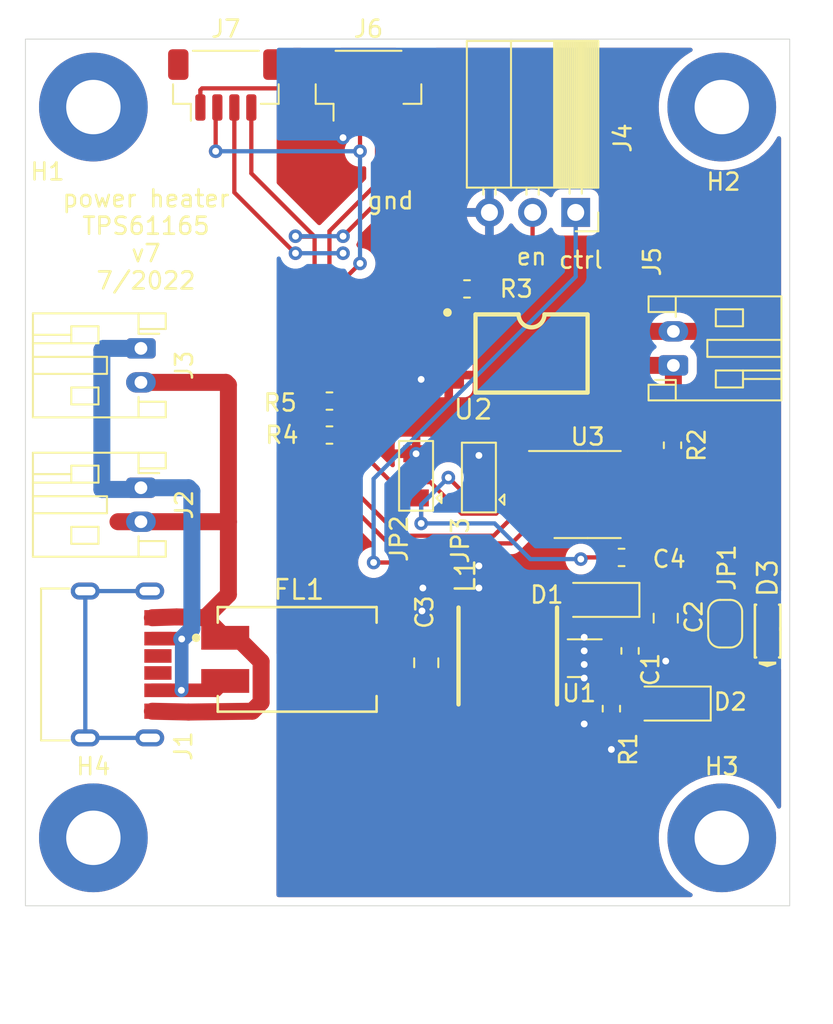
<source format=kicad_pcb>
(kicad_pcb (version 20211014) (generator pcbnew)
  (layers (0 "F.Cu" signal) (31 "B.Cu" signal) (34 "B.Paste" user) (35 "F.Paste" user) (36 "B.SilkS" user "B.Silkscreen") (37 "F.SilkS" user "F.Silkscreen") (38 "B.Mask" user) (39 "F.Mask" user) (44 "Edge.Cuts" user))
  (net 0 "")
  (net 1 "GND")
  (net 2 "Net-(C1-Pad1)")
  (net 3 "Net-(C2-Pad1)")
  (net 4 "+5VD")
  (net 5 "Net-(D1-Pad2)")
  (net 6 "Net-(FL1-Pad1)")
  (net 7 "Net-(FL1-Pad2)")
  (net 8 "unconnected-(J1-Pad0)")
  (net 10 "Net-(J4-Pad1)")
  (net 11 "Net-(J4-Pad2)")
  (net 12 "Net-(J5-Pad1)")
  (net 14 "Net-(C4-Pad1)")
  (net 15 "/scl")
  (net 16 "/sda")
  (net 17 "Net-(JP2-Pad2)")
  (net 18 "Net-(D3-Pad2)")
  (net 19 "Net-(D2-Pad2)")
  (net 20 "Net-(D2-Pad1)")
  (net 21 "Net-(JP3-Pad2)")
  (net 22 "Net-(R3-Pad2)")
  (footprint "Connector_JST:JST_PH_S2B-PH-K_1x02_P2.00mm_Horizontal" (layer "F.Cu") (at 121.8 73.4 -90)
    (fp_text reference "J2" (at 1 -2.55 -90) (layer "F.SilkS"))
    (fp_text value "A2001WR-2P")
    (pad "1" thru_hole roundrect (at 0 0 270) (size 1.2 1.75) (drill 0.75) (layers *.Cu *.Mask) (roundrect_rratio 0.2083333333) (net 7 "Net-(FL1-Pad2)"))
    (pad "2" thru_hole oval (at 2 0 270) (size 1.2 1.75) (drill 0.75) (layers *.Cu *.Mask) (net 6 "Net-(FL1-Pad1)"))
  )
  (footprint "Connector_JST:JST_PH_S2B-PH-K_1x02_P2.00mm_Horizontal" (layer "F.Cu") (at 153.15 66.2 90)
    (fp_text reference "J5" (at 6.1 -1.25 90) (layer "F.SilkS"))
    (fp_text value "A2001WR-2P")
    (pad "1" thru_hole roundrect (at 0 0 90) (size 1.2 1.75) (drill 0.75) (layers *.Cu *.Mask) (roundrect_rratio 0.2083333333) (net 12 "Net-(J5-Pad1)"))
    (pad "2" thru_hole oval (at 2 0 90) (size 1.2 1.75) (drill 0.75) (layers *.Cu *.Mask) (net 18 "Net-(D3-Pad2)"))
  )
  (footprint "0my_footprints6:my_HRO-TYPE-C-31-M-17" (layer "F.Cu") (at 123.3 83.8 -90)
    (fp_text reference "J1" (at 4.8 -1 -90) (layer "F.SilkS"))
    (fp_text value "USB_C_KoreanHroparts_6P")
    (pad "0" thru_hole oval (at 4.32 0.98 270) (size 1 1.7) (drill oval 0.5 1.2) (layers *.Cu *.Mask) (net 8 "unconnected-(J1-Pad0)"))
    (pad "0" thru_hole oval (at -4.32 0.98 270) (size 1 1.7) (drill oval 0.5 1.2) (layers *.Cu *.Mask) (net 8 "unconnected-(J1-Pad0)"))
    (pad "0" thru_hole oval (at -4.32 4.78 270) (size 1 1.7) (drill oval 0.5 1.2) (layers *.Cu *.Mask) (net 8 "unconnected-(J1-Pad0)"))
    (pad "0" thru_hole oval (at 4.32 4.78 270) (size 1 1.7) (drill oval 0.5 1.2) (layers *.Cu *.Mask) (net 8 "unconnected-(J1-Pad0)"))
    (pad "A5" smd rect (at -0.5 0.5 270) (size 0.8 1.6) (layers "F.Cu" "F.Paste" "F.Mask"))
    (pad "A9" smd rect (at 1.52 0.5 270) (size 0.8 1.6) (layers "F.Cu" "F.Paste" "F.Mask") (net 7 "Net-(FL1-Pad2)"))
    (pad "A12" smd rect (at 2.75 0.5 270) (size 0.9 1.6) (layers "F.Cu" "F.Paste" "F.Mask") (net 6 "Net-(FL1-Pad1)"))
    (pad "B5" smd rect (at 0.5 0.5 270) (size 0.8 1.6) (layers "F.Cu" "F.Paste" "F.Mask"))
    (pad "B9" smd rect (at -1.52 0.5 270) (size 0.8 1.6) (layers "F.Cu" "F.Paste" "F.Mask") (net 7 "Net-(FL1-Pad2)"))
    (pad "B12" smd rect (at -2.75 0.5 270) (size 0.9 1.6) (layers "F.Cu" "F.Paste" "F.Mask") (net 6 "Net-(FL1-Pad1)"))
  )
  (footprint "Package_SON:WSON-6-1EP_2x2mm_P0.65mm_EP1x1.6mm" (layer "F.Cu") (at 147.93 83.43 180)
    (fp_text reference "U1" (at 0.33 -2.07) (layer "F.SilkS"))
    (fp_text value "TPS61165")
    (pad "1" smd roundrect locked (at -0.8875 -0.65 180) (size 0.375 0.4) (layers "F.Cu" "F.Paste" "F.Mask") (net 19 "Net-(D2-Pad2)"))
    (pad "2" smd roundrect locked (at -0.8875 0 180) (size 0.375 0.4) (layers "F.Cu" "F.Paste" "F.Mask") (net 2 "Net-(C1-Pad1)"))
    (pad "3" smd roundrect locked (at -0.8875 0.65 180) (size 0.375 0.4) (layers "F.Cu" "F.Paste" "F.Mask") (net 1 "GND"))
    (pad "4" smd roundrect locked (at 0.8875 0.65 180) (size 0.375 0.4) (layers "F.Cu" "F.Paste" "F.Mask") (net 5 "Net-(D1-Pad2)"))
    (pad "5" smd roundrect locked (at 0.8875 0 180) (size 0.375 0.4) (layers "F.Cu" "F.Paste" "F.Mask") (net 10 "Net-(J4-Pad1)"))
    (pad "6" smd roundrect locked (at 0.8875 -0.65 180) (size 0.375 0.4) (layers "F.Cu" "F.Paste" "F.Mask") (net 4 "+5VD"))
    (pad "7" smd rect locked (at 0 0 180) (size 1 1.6) (layers "F.Cu" "F.Mask") (net 1 "GND"))
  )
  (footprint "0my_footprints:IND-SMD_L4.7-W4.7" (layer "F.Cu") (at 143.4 83.3 90)
    (fp_text reference "L1" (at 3.6 -2.5 90) (layer "F.SilkS") (effects (font (size 1.143 1.143) (thickness 0.152)) (justify left)))
    (fp_text value "10uH" hide)
    (pad "1" smd rect locked (at -1.7 0 90) (size 2 5.3) (layers "F.Cu" "F.Paste" "F.Mask") (net 4 "+5VD"))
    (pad "2" smd rect locked (at 1.7 0 90) (size 2 5.3) (layers "F.Cu" "F.Paste" "F.Mask") (net 5 "Net-(D1-Pad2)"))
  )
  (footprint "Resistor_SMD:R_0603_1608Metric_Pad1.05x0.95mm_HandSolder" (layer "F.Cu") (at 149.5 86.4 -90)
    (fp_text reference "R1" (at 2.4 -1 90) (layer "F.SilkS"))
    (fp_text value "1")
    (pad "1" smd roundrect locked (at -0.875 0 270) (size 1.05 0.95) (layers "F.Cu" "F.Paste" "F.Mask") (net 19 "Net-(D2-Pad2)"))
    (pad "2" smd roundrect locked (at 0.875 0 270) (size 1.05 0.95) (layers "F.Cu" "F.Paste" "F.Mask") (net 1 "GND"))
  )
  (footprint "0my_footprints6:LL_FILTER-SMD_4P-L9.2-W6.0-TL" (layer "F.Cu") (at 131 83.5)
    (fp_text reference "FL1" (at -1.5 -4.1) (layer "F.SilkS") (effects (font (size 1.143 1.143) (thickness 0.152)) (justify left)))
    (fp_text value "EMI_Filter_LL" hide)
    (pad "1" smd rect locked (at -4.237 -1.27) (size 2.825 1.4) (layers "F.Cu" "F.Paste" "F.Mask") (net 6 "Net-(FL1-Pad1)"))
    (pad "2" smd rect locked (at -4.237 1.27) (size 2.825 1.4) (layers "F.Cu" "F.Paste" "F.Mask") (net 7 "Net-(FL1-Pad2)"))
    (pad "3" smd rect locked (at 4.237 1.27) (size 2.825 1.4) (layers "F.Cu" "F.Paste" "F.Mask") (net 4 "+5VD"))
    (pad "4" smd rect locked (at 4.237 -1.27) (size 2.825 1.4) (layers "F.Cu" "F.Paste" "F.Mask") (net 1 "GND"))
  )
  (footprint "Capacitor_SMD:C_0805_2012Metric_Pad1.15x1.40mm_HandSolder" (layer "F.Cu") (at 138.6 83.7 90)
    (fp_text reference "C3" (at 2.975 -0.1 90) (layer "F.SilkS"))
    (fp_text value "4.7uF_0805_25V")
    (pad "1" smd roundrect locked (at -1.025 0 90) (size 1.15 1.4) (layers "F.Cu" "F.Paste" "F.Mask") (roundrect_rratio 0.2173913043) (net 4 "+5VD"))
    (pad "2" smd roundrect locked (at 1.025 0 90) (size 1.15 1.4) (layers "F.Cu" "F.Paste" "F.Mask") (roundrect_rratio 0.2173913043) (net 1 "GND"))
  )
  (footprint "Diode_SMD:D_SOD-123" (layer "F.Cu") (at 148.9 80 180)
    (fp_text reference "D1" (at 3.2 0.3) (layer "F.SilkS"))
    (fp_text value "MBR0540")
    (pad "1" smd rect locked (at -1.65 0 180) (size 0.9 1.2) (layers "F.Cu" "F.Paste" "F.Mask") (net 3 "Net-(C2-Pad1)"))
    (pad "2" smd rect locked (at 1.65 0 180) (size 0.9 1.2) (layers "F.Cu" "F.Paste" "F.Mask") (net 5 "Net-(D1-Pad2)"))
  )
  (footprint "Capacitor_SMD:C_0603_1608Metric_Pad1.05x0.95mm_HandSolder" (layer "F.Cu") (at 150.6 83 90)
    (fp_text reference "C1" (at -1.1 1.2 90) (layer "F.SilkS"))
    (fp_text value "220nF")
    (pad "1" smd roundrect locked (at -0.875 0 90) (size 1.05 0.95) (layers "F.Cu" "F.Paste" "F.Mask") (net 2 "Net-(C1-Pad1)"))
    (pad "2" smd roundrect locked (at 0.875 0 90) (size 1.05 0.95) (layers "F.Cu" "F.Paste" "F.Mask") (net 1 "GND"))
  )
  (footprint "Capacitor_SMD:C_0805_2012Metric_Pad1.15x1.40mm_HandSolder" (layer "F.Cu") (at 152.7 81.075 -90)
    (fp_text reference "C2" (at -0.075 -1.65 90) (layer "F.SilkS"))
    (fp_text value "1uF_0805_50V")
    (pad "1" smd roundrect locked (at -1.025 0 270) (size 1.15 1.4) (layers "F.Cu" "F.Paste" "F.Mask") (roundrect_rratio 0.2173913043) (net 3 "Net-(C2-Pad1)"))
    (pad "2" smd roundrect locked (at 1.025 0 270) (size 1.15 1.4) (layers "F.Cu" "F.Paste" "F.Mask") (roundrect_rratio 0.2173913043) (net 1 "GND"))
  )
  (footprint "Connector_PinSocket_2.54mm:PinSocket_1x03_P2.54mm_Horizontal" (layer "F.Cu") (at 147.4 57.2 -90)
    (fp_text reference "J4" (at -4.38 -2.77 90) (layer "F.SilkS"))
    (fp_text value "Conn_01x03_Female")
    (pad "1" thru_hole rect (at 0 0 270) (size 1.7 1.7) (drill 1) (layers *.Cu *.Mask) (net 10 "Net-(J4-Pad1)"))
    (pad "2" thru_hole oval (at 0 2.54 270) (size 1.7 1.7) (drill 1) (layers *.Cu *.Mask) (net 11 "Net-(J4-Pad2)"))
    (pad "3" thru_hole oval (at 0 5.08 270) (size 1.7 1.7) (drill 1) (layers *.Cu *.Mask) (net 1 "GND"))
  )
  (footprint "Resistor_SMD:R_0603_1608Metric_Pad1.05x0.95mm_HandSolder" (layer "F.Cu") (at 141 61.7 180)
    (fp_text reference "R3" (at -2.9 0) (layer "F.SilkS"))
    (fp_text value "390")
    (pad "1" smd roundrect locked (at -0.875 0 180) (size 1.05 0.95) (layers "F.Cu" "F.Paste" "F.Mask") (net 11 "Net-(J4-Pad2)"))
    (pad "2" smd roundrect locked (at 0.875 0 180) (size 1.05 0.95) (layers "F.Cu" "F.Paste" "F.Mask") (net 22 "Net-(R3-Pad2)"))
  )
  (footprint "0my_footprints:SMD-4_L4.6-W6.4-P2.54-LS10.0-BR" (layer "F.Cu") (at 144.8 65.5 180)
    (fp_text reference "U2" (at 2.2 -3.3) (layer "F.SilkS") (effects (font (size 1.143 1.143) (thickness 0.152)) (justify right)))
    (fp_text value "KAQY212A" hide)
    (pad "1" smd rect locked (at 4.876 1.27 180) (size 1.8 1.6) (layers "F.Cu" "F.Paste" "F.Mask") (net 22 "Net-(R3-Pad2)"))
    (pad "2" smd rect locked (at 4.876 -1.27 180) (size 1.8 1.6) (layers "F.Cu" "F.Paste" "F.Mask") (net 1 "GND"))
    (pad "3" smd rect locked (at -4.876 -1.27 180) (size 1.8 1.6) (layers "F.Cu" "F.Paste" "F.Mask") (net 12 "Net-(J5-Pad1)"))
    (pad "4" smd rect locked (at -4.876 1.27 180) (size 1.8 1.6) (layers "F.Cu" "F.Paste" "F.Mask") (net 18 "Net-(D3-Pad2)"))
  )
  (footprint "Capacitor_SMD:C_0603_1608Metric_Pad1.05x0.95mm_HandSolder" (layer "F.Cu") (at 150.1 77.5)
    (fp_text reference "C4" (at 2.8 0.1) (layer "F.SilkS"))
    (fp_text value "100nF")
    (pad "1" smd roundrect locked (at -0.875 0) (size 1.05 0.95) (layers "F.Cu" "F.Paste" "F.Mask") (net 14 "Net-(C4-Pad1)"))
    (pad "2" smd roundrect locked (at 0.875 0) (size 1.05 0.95) (layers "F.Cu" "F.Paste" "F.Mask") (net 1 "GND"))
  )
  (footprint "Connector_JST:JST_SH_BM04B-SRSS-TB_1x04-1MP_P1.00mm_Vertical" (layer "F.Cu") (at 135.2 49.7)
    (fp_text reference "J6" (at 0 -3.3) (layer "F.SilkS"))
    (fp_text value "A1001WV-S-04P")
    (pad "1" smd roundrect (at -1.5 1.325) (size 0.6 1.55) (layers "F.Cu" "F.Paste" "F.Mask") (net 1 "GND"))
    (pad "2" smd roundrect (at -0.5 1.325) (size 0.6 1.55) (layers "F.Cu" "F.Paste" "F.Mask") (net 14 "Net-(C4-Pad1)"))
    (pad "3" smd roundrect (at 0.5 1.325) (size 0.6 1.55) (layers "F.Cu" "F.Paste" "F.Mask") (net 16 "/sda"))
    (pad "4" smd roundrect (at 1.5 1.325) (size 0.6 1.55) (layers "F.Cu" "F.Paste" "F.Mask") (net 15 "/scl"))
    (pad "MP" smd roundrect (at 2.8 -1.2) (size 1.2 1.8) (layers "F.Cu" "F.Paste" "F.Mask") (roundrect_rratio 0.2083333333))
    (pad "MP" smd roundrect (at -2.8 -1.2) (size 1.2 1.8) (layers "F.Cu" "F.Paste" "F.Mask") (roundrect_rratio 0.2083333333))
  )
  (footprint "Resistor_SMD:R_0603_1608Metric_Pad1.05x0.95mm_HandSolder" (layer "F.Cu") (at 153.1 70.9 -90)
    (fp_text reference "R2" (at 0 -1.43 90) (layer "F.SilkS"))
    (fp_text value "1")
    (pad "1" smd roundrect locked (at -0.875 0 270) (size 1.05 0.95) (layers "F.Cu" "F.Paste" "F.Mask") (net 12 "Net-(J5-Pad1)"))
    (pad "2" smd roundrect locked (at 0.875 0 270) (size 1.05 0.95) (layers "F.Cu" "F.Paste" "F.Mask") (net 3 "Net-(C2-Pad1)"))
  )
  (footprint "Resistor_SMD:R_0603_1608Metric_Pad1.05x0.95mm_HandSolder" (layer "F.Cu") (at 132.9 70.3)
    (fp_text reference "R4" (at -2.8 0) (layer "F.SilkS"))
    (fp_text value "4.99K")
    (pad "1" smd roundrect locked (at -0.875 0) (size 1.05 0.95) (layers "F.Cu" "F.Paste" "F.Mask") (net 16 "/sda"))
    (pad "2" smd roundrect locked (at 0.875 0) (size 1.05 0.95) (layers "F.Cu" "F.Paste" "F.Mask") (net 14 "Net-(C4-Pad1)"))
  )
  (footprint "Resistor_SMD:R_0603_1608Metric_Pad1.05x0.95mm_HandSolder" (layer "F.Cu") (at 132.9 68.3)
    (fp_text reference "R5" (at -2.9 0.1) (layer "F.SilkS"))
    (fp_text value "4.99K")
    (pad "1" smd roundrect locked (at -0.875 0) (size 1.05 0.95) (layers "F.Cu" "F.Paste" "F.Mask") (net 15 "/scl"))
    (pad "2" smd roundrect locked (at 0.875 0) (size 1.05 0.95) (layers "F.Cu" "F.Paste" "F.Mask") (net 14 "Net-(C4-Pad1)"))
  )
  (footprint "Jumper:SolderJumper-3_P1.3mm_Open_Pad1.0x1.5mm" (layer "F.Cu") (at 138 72.7 90)
    (fp_text reference "JP2" (at -3.7 -1 90) (layer "F.SilkS"))
    (fp_text value "Jumper_3_Open")
    (pad "1" smd rect locked (at -1.3 0 90) (size 1 1.5) (layers "F.Cu" "F.Mask") (net 14 "Net-(C4-Pad1)"))
    (pad "2" smd rect locked (at 0 0 90) (size 1 1.5) (layers "F.Cu" "F.Mask") (net 17 "Net-(JP2-Pad2)"))
    (pad "3" smd rect locked (at 1.3 0 90) (size 1 1.5) (layers "F.Cu" "F.Mask") (net 1 "GND"))
  )
  (footprint "Jumper:SolderJumper-3_P1.3mm_Open_Pad1.0x1.5mm" (layer "F.Cu") (at 141.7 72.8 90)
    (fp_text reference "JP3" (at -3.7 -1.1 90) (layer "F.SilkS"))
    (fp_text value "Jumper_3_Open")
    (pad "1" smd rect locked (at -1.3 0 90) (size 1 1.5) (layers "F.Cu" "F.Mask") (net 14 "Net-(C4-Pad1)"))
    (pad "2" smd rect locked (at 0 0 90) (size 1 1.5) (layers "F.Cu" "F.Mask") (net 21 "Net-(JP3-Pad2)"))
    (pad "3" smd rect locked (at 1.3 0 90) (size 1 1.5) (layers "F.Cu" "F.Mask") (net 1 "GND"))
  )
  (footprint "Diode_SMD:D_SOD-123" (layer "F.Cu") (at 153.1 86.1 180)
    (fp_text reference "D2" (at -3.4 0.1) (layer "F.SilkS"))
    (fp_text value "BZT52C5V1")
    (pad "1" smd rect locked (at -1.65 0 180) (size 0.9 1.2) (layers "F.Cu" "F.Paste" "F.Mask") (net 20 "Net-(D2-Pad1)"))
    (pad "2" smd rect locked (at 1.65 0 180) (size 0.9 1.2) (layers "F.Cu" "F.Paste" "F.Mask") (net 19 "Net-(D2-Pad2)"))
  )
  (footprint "Jumper:SolderJumper-2_P1.3mm_Open_RoundedPad1.0x1.5mm" (layer "F.Cu") (at 156.2 81.4 90)
    (fp_text reference "JP1" (at 3.3 0.1 90) (layer "F.SilkS"))
    (fp_text value "Jumper_2_Open")
    (pad "1" smd custom locked (at -0.65 0 90) (size 1 0.5) (layers "F.Cu" "F.Mask") (net 20 "Net-(D2-Pad1)") (options (clearance outline) (anchor rect)) (primitives (gr_circle (center 0 0.25) (end 0.5 0.25) (width 0) (fill yes)) (gr_circle (center 0 -0.25) (end 0.5 -0.25) (width 0) (fill yes)) (gr_poly (pts (xy 0 -0.75) (xy 0.5 -0.75) (xy 0.5 0.75) (xy 0 0.75)) (width 0) (fill yes))))
    (pad "2" smd custom locked (at 0.65 0 90) (size 1 0.5) (layers "F.Cu" "F.Mask") (net 18 "Net-(D3-Pad2)") (options (clearance outline) (anchor rect)) (primitives (gr_circle (center 0 0.25) (end 0.5 0.25) (width 0) (fill yes)) (gr_circle (center 0 -0.25) (end 0.5 -0.25) (width 0) (fill yes)) (gr_poly (pts (xy 0 -0.75) (xy -0.5 -0.75) (xy -0.5 0.75) (xy 0 0.75)) (width 0) (fill yes))))
  )
  (footprint "Package_SO:SOIC-8_3.9x4.9mm_P1.27mm" (layer "F.Cu") (at 148.1 73.8)
    (fp_text reference "U3" (at 0 -3.4) (layer "F.SilkS"))
    (fp_text value "INA219AxD")
    (pad "1" smd roundrect locked (at -2.475 -1.905) (size 1.95 0.6) (layers "F.Cu" "F.Paste" "F.Mask") (net 21 "Net-(JP3-Pad2)"))
    (pad "2" smd roundrect locked (at -2.475 -0.635) (size 1.95 0.6) (layers "F.Cu" "F.Paste" "F.Mask") (net 17 "Net-(JP2-Pad2)"))
    (pad "3" smd roundrect locked (at -2.475 0.635) (size 1.95 0.6) (layers "F.Cu" "F.Paste" "F.Mask") (net 16 "/sda"))
    (pad "4" smd roundrect locked (at -2.475 1.905) (size 1.95 0.6) (layers "F.Cu" "F.Paste" "F.Mask") (net 15 "/scl"))
    (pad "5" smd roundrect locked (at 2.475 1.905) (size 1.95 0.6) (layers "F.Cu" "F.Paste" "F.Mask") (net 14 "Net-(C4-Pad1)"))
    (pad "6" smd roundrect locked (at 2.475 0.635) (size 1.95 0.6) (layers "F.Cu" "F.Paste" "F.Mask") (net 1 "GND"))
    (pad "7" smd roundrect locked (at 2.475 -0.635) (size 1.95 0.6) (layers "F.Cu" "F.Paste" "F.Mask") (net 12 "Net-(J5-Pad1)"))
    (pad "8" smd roundrect locked (at 2.475 -1.905) (size 1.95 0.6) (layers "F.Cu" "F.Paste" "F.Mask") (net 3 "Net-(C2-Pad1)"))
  )
  (footprint "0my_footprints6:LED-SMD_L3.0-W1.4-FD_RED" (layer "F.Cu") (at 158.7 81.6 -90)
    (fp_text reference "D3" (at -4.1 0 90) (layer "F.SilkS") (effects (font (size 1.143 1.143) (thickness 0.152)) (justify right)))
    (fp_text value "LED" hide)
    (pad "1" smd rect (at 0.945 0 270) (size 1.9 1.01) (layers "F.Cu" "F.Paste" "F.Mask") (net 20 "Net-(D2-Pad1)"))
    (pad "2" smd rect (at -0.945 0 270) (size 1.18 1.01) (layers "F.Cu" "F.Paste" "F.Mask") (net 18 "Net-(D3-Pad2)"))
  )
  (footprint "Connector_JST:JST_PH_S2B-PH-K_1x02_P2.00mm_Horizontal" (layer "F.Cu") (at 121.8 65.2 -90)
    (fp_text reference "J3" (at 1 -2.55 -90) (layer "F.SilkS"))
    (fp_text value "A2001WR-2P")
    (pad "1" thru_hole roundrect (at 0 0 270) (size 1.2 1.75) (drill 0.75) (layers *.Cu *.Mask) (roundrect_rratio 0.2083333333) (net 7 "Net-(FL1-Pad2)"))
    (pad "2" thru_hole oval (at 2 0 270) (size 1.2 1.75) (drill 0.75) (layers *.Cu *.Mask) (net 6 "Net-(FL1-Pad1)"))
  )
  (footprint "MountingHole:MountingHole_3.2mm_M3_Pad_TopBottom" (layer "F.Cu") (at 119 94)
    (fp_text reference "H4" (at 0 -4.2) (layer "F.SilkS"))
    (fp_text value "MountingHole")
    (pad "1" connect circle (at 0 0) (size 6.4 6.4) (layers "B.Cu" "B.Mask"))
    (pad "1" thru_hole circle (at 0 0) (size 3.6 3.6) (drill 3.2) (layers *.Cu *.Mask))
    (pad "1" connect circle (at 0 0) (size 6.4 6.4) (layers "F.Cu" "F.Mask"))
  )
  (footprint "Connector_JST:JST_SH_BM04B-SRSS-TB_1x04-1MP_P1.00mm_Vertical" (layer "F.Cu") (at 126.8 49.7)
    (fp_text reference "J7" (at 0 -3.3) (layer "F.SilkS"))
    (fp_text value "A1001WV-S-04P")
    (pad "1" smd roundrect (at -1.5 1.325) (size 0.6 1.55) (layers "F.Cu" "F.Paste" "F.Mask") (net 1 "GND"))
    (pad "2" smd roundrect (at -0.5 1.325) (size 0.6 1.55) (layers "F.Cu" "F.Paste" "F.Mask") (net 14 "Net-(C4-Pad1)"))
    (pad "3" smd roundrect (at 0.5 1.325) (size 0.6 1.55) (layers "F.Cu" "F.Paste" "F.Mask") (net 16 "/sda"))
    (pad "4" smd roundrect (at 1.5 1.325) (size 0.6 1.55) (layers "F.Cu" "F.Paste" "F.Mask") (net 15 "/scl"))
    (pad "MP" smd roundrect (at 2.8 -1.2) (size 1.2 1.8) (layers "F.Cu" "F.Paste" "F.Mask") (roundrect_rratio 0.2083333333))
    (pad "MP" smd roundrect (at -2.8 -1.2) (size 1.2 1.8) (layers "F.Cu" "F.Paste" "F.Mask") (roundrect_rratio 0.2083333333))
  )
  (footprint "MountingHole:MountingHole_3.2mm_M3_Pad_TopBottom" (layer "F.Cu") (at 156 94)
    (fp_text reference "H3" (at 0 -4.2) (layer "F.SilkS"))
    (fp_text value "MountingHole")
    (pad "1" thru_hole circle (at 0 0) (size 3.6 3.6) (drill 3.2) (layers *.Cu *.Mask))
    (pad "1" connect circle (at 0 0) (size 6.4 6.4) (layers "B.Cu" "B.Mask"))
    (pad "1" connect circle (at 0 0) (size 6.4 6.4) (layers "F.Cu" "F.Mask"))
  )
  (footprint "MountingHole:MountingHole_3.2mm_M3_Pad_TopBottom" (layer "F.Cu") (at 156 51)
    (fp_text reference "H2" (at 0.1 4.4) (layer "F.SilkS"))
    (fp_text value "MountingHole")
    (pad "1" thru_hole circle (at 0 0) (size 3.6 3.6) (drill 3.2) (layers *.Cu *.Mask))
    (pad "1" connect circle (at 0 0) (size 6.4 6.4) (layers "F.Cu" "F.Mask"))
    (pad "1" connect circle (at 0 0) (size 6.4 6.4) (layers "B.Cu" "B.Mask"))
  )
  (footprint "MountingHole:MountingHole_3.2mm_M3_Pad_TopBottom" (layer "F.Cu") (at 119 51)
    (fp_text reference "H1" (at -2.7 3.8) (layer "F.SilkS"))
    (fp_text value "MountingHole")
    (pad "1" thru_hole circle (at 0 0) (size 3.6 3.6) (drill 3.2) (layers *.Cu *.Mask))
    (pad "1" connect circle (at 0 0) (size 6.4 6.4) (layers "B.Cu" "B.Mask"))
    (pad "1" connect circle (at 0 0) (size 6.4 6.4) (layers "F.Cu" "F.Mask"))
  )
  (gr_rect (start 115 98) (end 160 47) (layer "Edge.Cuts") (width 0.05) (fill none))
  (gr_text "en" (at 144.8 59.8) (layer "F.SilkS") (effects (font (size 1 1))))
  (gr_text "gnd" (at 136.5 56.5) (layer "F.SilkS") (effects (font (size 1 1))))
  (gr_text "ctrl" (at 147.7 60) (layer "F.SilkS") (effects (font (size 1 1))))
  (gr_text "power heater\nTPS61165\nv7\n7/2022\n" (at 122.1 58.8) (layer "F.SilkS") (effects (font (size 1 1))))
  (segment (start 138.6 82.675) (end 135.682 82.675) (width 0.25) (layer "F.Cu") (net 1))
  (segment (start 138.6 82.675) (end 138.6 80.9) (width 0.25) (layer "F.Cu") (net 1))
  (segment (start 152.7 82.1) (end 150.8 82.1) (width 1) (layer "F.Cu") (net 1))
  (segment (start 148.8175 82.78) (end 150.12 82.78) (width 0.25) (layer "F.Cu") (net 1))
  (segment (start 150.6 81.775) (end 150.025 81.2) (width 0.25) (layer "F.Cu") (net 1))
  (segment (start 138.6 80.9) (end 138.35 80.65) (width 0.25) (layer "F.Cu") (net 1))
  (segment (start 150.025 81.2) (end 149.9 81.2) (width 0.25) (layer "F.Cu") (net 1))
  (segment (start 149.9 81.2) (end 150.8 82.1) (width 0.25) (layer "F.Cu") (net 1))
  (segment (start 150.12 82.78) (end 150.6 82.3) (width 0.25) (layer "F.Cu") (net 1))
  (segment (start 125.4 49.9) (end 130.7 49.9) (width 0.25) (layer "F.Cu") (net 1))
  (segment (start 125.3 51.025) (end 125.3 50) (width 0.25) (layer "F.Cu") (net 1))
  (segment (start 131.825 51.025) (end 130.7 49.9) (width 0.25) (layer "F.Cu") (net 1))
  (segment (start 133.7 51.025) (end 133.7 52.8) (width 0.25) (layer "F.Cu") (net 1))
  (segment (start 125.3 50) (end 125.4 49.9) (width 0.25) (layer "F.Cu") (net 1))
  (segment (start 133.7 51.025) (end 131.825 51.025) (width 0.25) (layer "F.Cu") (net 1))
  (via (at 147.9 83.8) (size 0.8) (drill 0.4) (layers "F.Cu" "B.Cu") (net 1))
  (via (at 152.7 83.6) (size 0.8) (drill 0.4) (layers "F.Cu" "B.Cu") (net 1))
  (via (at 147.9 87.3) (size 0.8) (drill 0.4) (layers "F.Cu" "B.Cu") (net 1))
  (via (at 147.9 83) (size 0.8) (drill 0.4) (layers "F.Cu" "B.Cu") (net 1))
  (via (at 149.5 88.8) (size 0.8) (drill 0.4) (layers "F.Cu" "B.Cu") (net 1))
  (via (at 147.9 82.2) (size 0.8) (drill 0.4) (layers "F.Cu" "B.Cu") (net 1))
  (via (at 147.9 84.6) (size 0.8) (drill 0.4) (layers "F.Cu" "B.Cu") (net 1))
  (via (at 141.7 79.3) (size 0.8) (drill 0.4) (layers "F.Cu" "B.Cu") (net 1))
  (via (at 138.3 67.025) (size 0.8) (drill 0.4) (layers "F.Cu" "B.Cu") (net 1))
  (via (at 138.4 79.3) (size 0.8) (drill 0.4) (layers "F.Cu" "B.Cu") (net 1))
  (via (at 141.7 78) (size 0.8) (drill 0.4) (layers "F.Cu" "B.Cu") (net 1))
  (via (at 133.7 52.8) (size 0.8) (drill 0.4) (layers "F.Cu" "B.Cu") (net 1))
  (via (at 138.35 80.65) (size 0.8) (drill 0.4) (layers "F.Cu" "B.Cu") (net 1))
  (via (at 138 71.4) (size 0.8) (drill 0.4) (layers "F.Cu" "B.Cu") (net 1))
  (via (at 141.7 71.5) (size 0.8) (drill 0.4) (layers "F.Cu" "B.Cu") (net 1))
  (segment (start 150.6 84.05) (end 149.98 83.43) (width 0.25) (layer "F.Cu") (net 2))
  (segment (start 149.98 83.43) (end 148.8175 83.43) (width 0.25) (layer "F.Cu") (net 2))
  (segment (start 150.55 80) (end 152.65 80) (width 1) (layer "F.Cu") (net 3))
  (segment (start 153.1 71.775) (end 150.695 71.775) (width 0.25) (layer "F.Cu") (net 3))
  (segment (start 152.7 80.05) (end 152.7 72.175) (width 1) (layer "F.Cu") (net 3))
  (segment (start 152.7 72.175) (end 153.1 71.775) (width 1) (layer "F.Cu") (net 3))
  (segment (start 135.237 84.77) (end 143.17 84.77) (width 1) (layer "F.Cu") (net 4))
  (segment (start 145.5 85) (end 146.16999 84.33001) (width 1) (layer "F.Cu") (net 4))
  (segment (start 146.16999 84.33001) (end 146.619962 84.33001) (width 1) (layer "F.Cu") (net 4))
  (segment (start 147.0425 82.78) (end 146.855 82.78) (width 0.25) (layer "F.Cu") (net 5))
  (segment (start 146.855 82.78) (end 146.7 82.625) (width 0.25) (layer "F.Cu") (net 5))
  (segment (start 146.7 82.625) (end 146.7 82.4) (width 0.25) (layer "F.Cu") (net 5))
  (segment (start 146.6 81.6) (end 146.7 82.4) (width 1) (layer "F.Cu") (net 5))
  (segment (start 147.25 80) (end 147.25 80.95) (width 1) (layer "F.Cu") (net 5))
  (segment (start 145.9 81.6) (end 146.6 81.6) (width 1) (layer "F.Cu") (net 5))
  (segment (start 147.25 80.95) (end 146.6 81.6) (width 1) (layer "F.Cu") (net 5))
  (segment (start 143.4 81.6) (end 145.9 81.6) (width 1) (layer "F.Cu") (net 5))
  (segment (start 126.763 82.23) (end 125.583 81.05) (width 1) (layer "F.Cu") (net 6))
  (segment (start 128.875501 83.630001) (end 128.875501 86.030001) (width 1) (layer "F.Cu") (net 6))
  (segment (start 128.875501 86.030001) (end 128.355491 86.550011) (width 1) (layer "F.Cu") (net 6))
  (segment (start 127.4755 82.23) (end 128.875501 83.630001) (width 1) (layer "F.Cu") (net 6))
  (segment (start 128.355491 86.550011) (end 124.6 86.6) (width 1) (layer "F.Cu") (net 6))
  (segment (start 124.6 86.6) (end 122.475 86.550011) (width 1) (layer "F.Cu") (net 6))
  (segment (start 126.8 67.2) (end 121.8 67.2) (width 1) (layer "F.Cu") (net 6))
  (segment (start 120.45 75.4) (end 126.95 75.4) (width 1) (layer "F.Cu") (net 6))
  (segment (start 125.583 81.05) (end 126.95 79.683) (width 1) (layer "F.Cu") (net 6))
  (segment (start 125.583 81.05) (end 123.9 81) (width 1) (layer "F.Cu") (net 6))
  (segment (start 126.95 79.683) (end 126.95 75.4) (width 1) (layer "F.Cu") (net 6))
  (segment (start 126.95 67.35) (end 126.8 67.2) (width 1) (layer "F.Cu") (net 6))
  (segment (start 126.95 75.4) (end 126.95 67.35) (width 1) (layer "F.Cu") (net 6))
  (segment (start 123.9 81) (end 122.475 81.05) (width 1) (layer "F.Cu") (net 6))
  (segment (start 124.18 82.28) (end 124.2 82.3) (width 0.8) (layer "F.Cu") (net 7))
  (segment (start 126.213 85.32) (end 126.763 84.77) (width 0.8) (layer "F.Cu") (net 7))
  (segment (start 124.18 85.32) (end 126.213 85.32) (width 0.8) (layer "F.Cu") (net 7))
  (segment (start 122.475 85.32) (end 124.18 85.32) (width 0.8) (layer "F.Cu") (net 7))
  (segment (start 122.475 82.28) (end 124.18 82.28) (width 0.8) (layer "F.Cu") (net 7))
  (via (at 124.2 82.3) (size 0.8) (drill 0.4) (layers "F.Cu" "B.Cu") (net 7))
  (via (at 124.18 85.32) (size 0.8) (drill 0.4) (layers "F.Cu" "B.Cu") (net 7))
  (segment (start 124.6 73.4) (end 124.8 73.6) (width 1) (layer "B.Cu") (net 7))
  (segment (start 121.8 65.2) (end 119.6 65.2) (width 1) (layer "B.Cu") (net 7))
  (segment (start 124.2 82.3) (end 124.2 85.3) (width 0.8) (layer "B.Cu") (net 7))
  (segment (start 119.5 73.5) (end 121.7 73.5) (width 1) (layer "B.Cu") (net 7))
  (segment (start 121.8 73.4) (end 124.6 73.4) (width 1) (layer "B.Cu") (net 7))
  (segment (start 119.5 65.3) (end 119.5 73.5) (width 1) (layer "B.Cu") (net 7))
  (segment (start 124.8 81.7) (end 124.2 82.3) (width 1) (layer "B.Cu") (net 7))
  (segment (start 124.8 73.6) (end 124.8 81.7) (width 1) (layer "B.Cu") (net 7))
  (segment (start 119.6 65.2) (end 119.5 65.3) (width 1) (layer "B.Cu") (net 7))
  (segment (start 124.2 85.3) (end 124.18 85.32) (width 0.8) (layer "B.Cu") (net 7))
  (segment (start 122.325 88.12) (end 118.525 88.12) (width 0.25) (layer "B.Cu") (net 8))
  (segment (start 122.325 79.48) (end 118.525 79.48) (width 0.25) (layer "B.Cu") (net 8))
  (segment (start 118.525 88.12) (end 118.525 79.48) (width 0.25) (layer "B.Cu") (net 8))
  (segment (start 140 77.8) (end 135.5 77.8) (width 0.25) (layer "F.Cu") (net 10))
  (segment (start 140 82.499022) (end 140 77.8) (width 0.25) (layer "F.Cu") (net 10))
  (segment (start 147.0425 83.43) (end 140.930978 83.43) (width 0.25) (layer "F.Cu") (net 10))
  (segment (start 140.930978 83.43) (end 140 82.499022) (width 0.25) (layer "F.Cu") (net 10))
  (via (at 135.5 77.8) (size 0.8) (drill 0.4) (layers "F.Cu" "B.Cu") (net 10))
  (segment (start 147.4 60.975386) (end 147.4 57.2) (width 0.25) (layer "B.Cu") (net 10))
  (segment (start 135.5 72.875386) (end 147.4 60.975386) (width 0.25) (layer "B.Cu") (net 10))
  (segment (start 135.5 77.8) (end 135.5 72.875386) (width 0.25) (layer "B.Cu") (net 10))
  (segment (start 141.875 61.7) (end 144.86 58.715) (width 0.25) (layer "F.Cu") (net 11))
  (segment (start 144.86 58.715) (end 144.86 57.2) (width 0.25) (layer "F.Cu") (net 11))
  (segment (start 149.27499 73.00499) (end 149.27499 72.97499) (width 0.25) (layer "F.Cu") (net 12))
  (segment (start 150.246 66.2) (end 149.676 66.77) (width 1) (layer "F.Cu") (net 12))
  (segment (start 149.975 70.025) (end 153.1 70.025) (width 0.25) (layer "F.Cu") (net 12))
  (segment (start 153.15 69.975) (end 153.1 70.025) (width 1) (layer "F.Cu") (net 12))
  (segment (start 149.435 73.165) (end 149.27499 73.00499) (width 0.25) (layer "F.Cu") (net 12))
  (segment (start 153.15 66.2) (end 150.246 66.2) (width 1) (layer "F.Cu") (net 12))
  (segment (start 149 71) (end 149.975 70.025) (width 0.25) (layer "F.Cu") (net 12))
  (segment (start 149 72.7) (end 149 71) (width 0.25) (layer "F.Cu") (net 12))
  (segment (start 150.575 73.165) (end 149.435 73.165) (width 0.25) (layer "F.Cu") (net 12))
  (segment (start 153.15 66.2) (end 153.15 69.975) (width 1) (layer "F.Cu") (net 12))
  (segment (start 149.27499 72.97499) (end 149 72.7) (width 0.25) (layer "F.Cu") (net 12))
  (segment (start 126.2 53.6) (end 126.2 51.125) (width 0.25) (layer "F.Cu") (net 14))
  (segment (start 134.7 51.025) (end 134.7 53.6) (width 0.25) (layer "F.Cu") (net 14))
  (segment (start 138 74) (end 137.475 74) (width 0.25) (layer "F.Cu") (net 14))
  (segment (start 139.9 72.8) (end 141.2 74.1) (width 0.25) (layer "F.Cu") (net 14))
  (segment (start 149.225 77.5) (end 147.8 77.5) (width 0.25) (layer "F.Cu") (net 14))
  (segment (start 149.225 77.5) (end 149.225 77.055) (width 0.25) (layer "F.Cu") (net 14))
  (segment (start 147.8 77.5) (end 147.7 77.6) (width 0.25) (layer "F.Cu") (net 14))
  (segment (start 133.775 70.3) (end 133.775 68.3) (width 0.25) (layer "F.Cu") (net 14))
  (segment (start 126.2 51.125) (end 126.3 51.025) (width 0.25) (layer "F.Cu") (net 14))
  (segment (start 149.225 77.055) (end 150.575 75.705) (width 0.25) (layer "F.Cu") (net 14))
  (segment (start 138.3 75.5) (end 138.3 74.3) (width 0.25) (layer "F.Cu") (net 14))
  (segment (start 133.775 61.125) (end 134.7 60.2) (width 0.25) (layer "F.Cu") (net 14))
  (segment (start 133.775 68.3) (end 133.775 61.125) (width 0.25) (layer "F.Cu") (net 14))
  (segment (start 137.475 74) (end 133.775 70.3) (width 0.25) (layer "F.Cu") (net 14))
  (via (at 147.7 77.6) (size 0.8) (drill 0.4) (layers "F.Cu" "B.Cu") (net 14))
  (via (at 139.9 72.8) (size 0.8) (drill 0.4) (layers "F.Cu" "B.Cu") (net 14))
  (via (at 134.7 60.2) (size 0.8) (drill 0.4) (layers "F.Cu" "B.Cu") (net 14))
  (via (at 134.7 53.6) (size 0.8) (drill 0.4) (layers "F.Cu" "B.Cu") (net 14))
  (via (at 126.2 53.6) (size 0.8) (drill 0.4) (layers "F.Cu" "B.Cu") (net 14))
  (via (at 138.3 75.5) (size 0.8) (drill 0.4) (layers "F.Cu" "B.Cu") (net 14))
  (segment (start 142.626998 75.5) (end 138.3 75.5) (width 0.25) (layer "B.Cu") (net 14))
  (segment (start 144.726998 77.6) (end 142.626998 75.5) (width 0.25) (layer "B.Cu") (net 14))
  (segment (start 134.7 60.2) (end 134.7 53.6) (width 0.25) (layer "B.Cu") (net 14))
  (segment (start 147.7 77.6) (end 144.726998 77.6) (width 0.25) (layer "B.Cu") (net 14))
  (segment (start 138.3 75.5) (end 138.3 74.4) (width 0.25) (layer "B.Cu") (net 14))
  (segment (start 138.3 74.4) (end 139.9 72.8) (width 0.25) (layer "B.Cu") (net 14))
  (segment (start 134.7 53.6) (end 126.2 53.6) (width 0.25) (layer "B.Cu") (net 14))
  (segment (start 143.625969 76.674031) (end 136.374031 76.674031) (width 0.25) (layer "F.Cu") (net 15))
  (segment (start 132.025 58.625) (end 130.925 58.625) (width 0.25) (layer "F.Cu") (net 15))
  (segment (start 132.025 58.625) (end 128.3 54.9) (width 0.25) (layer "F.Cu") (net 15))
  (segment (start 128.3 54.9) (end 128.3 51.025) (width 0.25) (layer "F.Cu") (net 15))
  (segment (start 136.7 55.6) (end 136.7 51.025) (width 0.25) (layer "F.Cu") (net 15))
  (segment (start 132.025 68.3) (end 132.025 58.625) (width 0.25) (layer "F.Cu") (net 15))
  (segment (start 136.374031 76.674031) (end 130.4 70.7) (width 0.25) (layer "F.Cu") (net 15))
  (segment (start 133.7 58.6) (end 136.7 55.6) (width 0.25) (layer "F.Cu") (net 15))
  (segment (start 130.4 69.1) (end 131.2 68.3) (width 0.25) (layer "F.Cu") (net 15))
  (segment (start 130.925 58.625) (end 130.9 58.6) (width 0.25) (layer "F.Cu") (net 15))
  (segment (start 130.4 70.7) (end 130.4 69.1) (width 0.25) (layer "F.Cu") (net 15))
  (segment (start 145.625 75.705) (end 144.595 75.705) (width 0.25) (layer "F.Cu") (net 15))
  (segment (start 144.595 75.705) (end 143.625969 76.674031) (width 0.25) (layer "F.Cu") (net 15))
  (segment (start 131.2 68.3) (end 132.025 68.3) (width 0.25) (layer "F.Cu") (net 15))
  (via (at 130.9 58.6) (size 0.8) (drill 0.4) (layers "F.Cu" "B.Cu") (net 15))
  (via (at 133.7 58.6) (size 0.8) (drill 0.4) (layers "F.Cu" "B.Cu") (net 15))
  (segment (start 130.9 58.6) (end 133.7 58.6) (width 0.25) (layer "B.Cu") (net 15))
  (segment (start 132.92548 69.39952) (end 132.92548 66.42548) (width 0.25) (layer "F.Cu") (net 16))
  (segment (start 132.9 59.6) (end 133.7 59.6) (width 0.25) (layer "F.Cu") (net 16))
  (segment (start 132.025 70.3) (end 132.92548 69.39952) (width 0.25) (layer "F.Cu") (net 16))
  (segment (start 132 71.2) (end 132 70.325) (width 0.25) (layer "F.Cu") (net 16))
  (segment (start 132.9 66.4) (end 132.9 59.6) (width 0.25) (layer "F.Cu") (net 16))
  (segment (start 132 70.325) (end 132.025 70.3) (width 0.25) (layer "F.Cu") (net 16))
  (segment (start 130.875386 59.6) (end 130.9 59.6) (width 0.25) (layer "F.Cu") (net 16))
  (segment (start 132.9 58.3) (end 135.7 55.5) (width 0.25) (layer "F.Cu") (net 16))
  (segment (start 132.92548 66.42548) (end 132.9 66.4) (width 0.25) (layer "F.Cu") (net 16))
  (segment (start 137.024511 76.224511) (end 132 71.2) (width 0.25) (layer "F.Cu") (net 16))
  (segment (start 127.3 51.025) (end 127.3 56.024614) (width 0.25) (layer "F.Cu") (net 16))
  (segment (start 135.7 55.5) (end 135.7 51.025) (width 0.25) (layer "F.Cu") (net 16))
  (segment (start 132.9 59.6) (end 132.9 58.3) (width 0.25) (layer "F.Cu") (net 16))
  (segment (start 144.365 74.435) (end 142.575489 76.224511) (width 0.25) (layer "F.Cu") (net 16))
  (segment (start 127.3 56.024614) (end 130.875386 59.6) (width 0.25) (layer "F.Cu") (net 16))
  (segment (start 145.625 74.435) (end 144.365 74.435) (width 0.25) (layer "F.Cu") (net 16))
  (segment (start 142.575489 76.224511) (end 137.024511 76.224511) (width 0.25) (layer "F.Cu") (net 16))
  (via (at 133.7 59.6) (size 0.8) (drill 0.4) (layers "F.Cu" "B.Cu") (net 16))
  (via (at 130.9 59.6) (size 0.8) (drill 0.4) (layers "F.Cu" "B.Cu") (net 16))
  (segment (start 130.9 59.6) (end 133.7 59.6) (width 0.25) (layer "B.Cu") (net 16))
  (segment (start 145.325 73.465) (end 144.170002 73.465) (width 0.25) (layer "F.Cu") (net 17))
  (segment (start 142.710001 74.925001) (end 140.689999 74.925001) (width 0.25) (layer "F.Cu") (net 17))
  (segment (start 140.689999 74.925001) (end 138.464998 72.7) (width 0.25) (layer "F.Cu") (net 17))
  (segment (start 144.170002 73.465) (end 142.710001 74.925001) (width 0.25) (layer "F.Cu") (net 17))
  (segment (start 145.625 73.165) (end 145.325 73.465) (width 0.25) (layer "F.Cu") (net 17))
  (segment (start 155.4 64.2) (end 156.2 65) (width 1) (layer "F.Cu") (net 18))
  (segment (start 153.15 64.2) (end 155.4 64.2) (width 1) (layer "F.Cu") (net 18))
  (segment (start 158.7 80.655) (end 156.295 80.655) (width 0.8) (layer "F.Cu") (net 18))
  (segment (start 156.2 65) (end 156.2 80.75) (width 1) (layer "F.Cu") (net 18))
  (segment (start 153.15 64.2) (end 149.706 64.2) (width 1) (layer "F.Cu") (net 18))
  (segment (start 149.5 85.525) (end 149.5 84.7625) (width 0.25) (layer "F.Cu") (net 19))
  (segment (start 149.5 84.7625) (end 148.8175 84.08) (width 0.25) (layer "F.Cu") (net 19))
  (segment (start 149.5 85.525) (end 150.875 85.525) (width 1) (layer "F.Cu") (net 19))
  (segment (start 150.875 85.525) (end 151.45 86.1) (width 1) (layer "F.Cu") (net 19))
  (segment (start 156.695 82.545) (end 156.2 82.05) (width 0.8) (layer "F.Cu") (net 20))
  (segment (start 156.2 82.05) (end 156.2 84.65) (width 0.8) (layer "F.Cu") (net 20))
  (segment (start 156.2 84.65) (end 154.75 86.1) (width 0.8) (layer "F.Cu") (net 20))
  (segment (start 158.7 82.545) (end 156.695 82.545) (width 0.8) (layer "F.Cu") (net 20))
  (segment (start 142.7 72.8) (end 143.605 71.895) (width 0.25) (layer "F.Cu") (net 21))
  (segment (start 143.605 71.895) (end 144.65 71.895) (width 0.25) (layer "F.Cu") (net 21))
  (segment (start 144.65 71.895) (end 145.625 71.895) (width 0.25) (layer "F.Cu") (net 21))
  (segment (start 141.7 72.8) (end 142.7 72.8) (width 0.25) (layer "F.Cu") (net 21))
  (segment (start 139.924 61.901) (end 139.924 64.23) (width 0.25) (layer "F.Cu") (net 22))
  (zone (net 1) (net_name "GND") (layers F&B.Cu) (connect_pads (clearance 0.508)) (min_thickness 0.254) (fill yes (thermal_gap 0.508) (thermal_bridge_width 0.508))
    (polygon (pts (xy 162.556665 104.76529) (xy 129.777888 104.96529) (xy 129.792308 44.900111) (xy 162.571085 44.700111)))
  )
)
</source>
